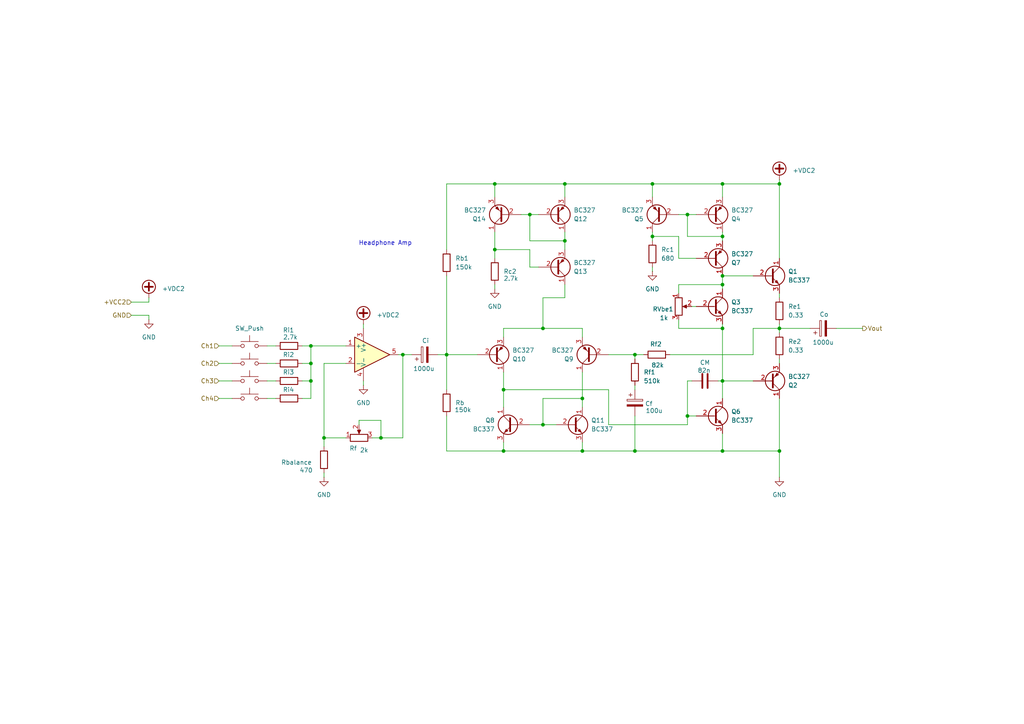
<source format=kicad_sch>
(kicad_sch (version 20231120) (generator "eeschema") (generator_version "8.0")
  (paper "A4")
  (lib_symbols
    (symbol "Device:C" (pin_numbers hide) (pin_names (offset 0.254))
      (property "Reference" "C" (at 0.635 2.54 0))
      (property "Value" "C" (at 0.635 -2.54 0))
      (symbol "C_0_1"
        (polyline (pts (xy -2.032 -0.762) (xy 2.032 -0.762)) (stroke (width 0.508)))
        (polyline (pts (xy -2.032 0.762) (xy 2.032 0.762)) (stroke (width 0.508)))
      )
      (symbol "C_1_1"
        (pin passive line (at 0 3.81 270) (length 2.794) (name "~") (number "1"))
        (pin passive line (at 0 -3.81 90) (length 2.794) (name "~") (number "2"))
      )
    )
    (symbol "Device:C_Polarized" (pin_numbers hide) (pin_names (offset 0.254))
      (property "Reference" "C" (at 0.635 2.54 0))
      (property "Value" "C_Polarized" (at 0.635 -2.54 0))
      (symbol "C_Polarized_0_1"
        (rectangle (start -2.286 0.508) (end 2.286 1.016))
        (polyline (pts (xy -1.778 2.286) (xy -0.762 2.286)))
        (polyline (pts (xy -1.27 2.794) (xy -1.27 1.778)))
        (rectangle (start 2.286 -0.508) (end -2.286 -1.016) (fill (type outline)))
      )
      (symbol "C_Polarized_1_1"
        (pin passive line (at 0 3.81 270) (length 2.794) (name "~") (number "1"))
        (pin passive line (at 0 -3.81 90) (length 2.794) (name "~") (number "2"))
      )
    )
    (symbol "Device:R" (pin_numbers hide) (pin_names (offset 0))
      (property "Reference" "R" (at 2.032 0 90))
      (property "Value" "R" (at 0 0 90))
      (symbol "R_0_1"
        (rectangle (start -1.016 -2.54) (end 1.016 2.54) (stroke (width 0.254)))
      )
      (symbol "R_1_1"
        (pin passive line (at 0 3.81 270) (length 1.27) (name "~") (number "1"))
        (pin passive line (at 0 -3.81 90) (length 1.27) (name "~") (number "2"))
      )
    )
    (symbol "Device:R_Potentiometer" (pin_names (offset 1.016) hide)
      (property "Reference" "RV" (at -4.445 0 90))
      (property "Value" "R_Potentiometer" (at -2.54 0 90))
      (symbol "R_Potentiometer_0_1"
        (polyline (pts (xy 2.54 0) (xy 1.524 0)))
        (polyline (pts (xy 1.143 0) (xy 2.286 0.508) (xy 2.286 -0.508) (xy 1.143 0)) (fill (type outline)))
        (rectangle (start 1.016 2.54) (end -1.016 -2.54) (stroke (width 0.254)))
      )
      (symbol "R_Potentiometer_1_1"
        (pin passive line (at 0 3.81 270) (length 1.27) (name "1") (number "1"))
        (pin passive line (at 3.81 0 180) (length 1.27) (name "2") (number "2"))
        (pin passive line (at 0 -3.81 90) (length 1.27) (name "3") (number "3"))
      )
    )
    (symbol "Simulation_SPICE:OPAMP" (pin_names (offset 0.254))
      (property "Reference" "U" (at 3.81 3.175 0))
      (property "Value" "${SIM.PARAMS}" (at 3.81 -3.175 0))
      (symbol "OPAMP_0_1"
        (polyline (pts (xy 5.08 0) (xy -5.08 5.08) (xy -5.08 -5.08) (xy 5.08 0)) (stroke (width 0.254)) (fill (type background)))
      )
      (symbol "OPAMP_1_1"
        (pin input line (at -7.62 2.54 0) (length 2.54) (name "+") (number "1"))
        (pin input line (at -7.62 -2.54 0) (length 2.54) (name "-") (number "2"))
        (pin power_in line (at -2.54 7.62 270) (length 3.81) (name "V+") (number "3"))
        (pin power_in line (at -2.54 -7.62 90) (length 3.81) (name "V-") (number "4"))
        (pin output line (at 7.62 0 180) (length 2.54) (name "~") (number "5"))
      )
    )
    (symbol "Switch:SW_Push" (pin_numbers hide) (pin_names (offset 1.016) hide)
      (property "Reference" "SW" (at 1.27 2.54 0))
      (property "Value" "SW_Push" (at 0 -1.524 0))
      (symbol "SW_Push_0_1"
        (circle (center -2.032 0) (radius 0.508))
        (polyline (pts (xy 0 1.27) (xy 0 3.048)))
        (polyline (pts (xy 2.54 1.27) (xy -2.54 1.27)))
        (circle (center 2.032 0) (radius 0.508))
        (pin passive line (at -5.08 0 0) (length 2.54) (name "1") (number "1"))
        (pin passive line (at 5.08 0 180) (length 2.54) (name "2") (number "2"))
      )
    )
    (symbol "Transistor_BJT:BC327" (pin_names (offset 0) hide)
      (property "Reference" "Q" (at 5.08 1.905 0))
      (property "Value" "BC327" (at 5.08 0 0))
      (symbol "BC327_0_1"
        (polyline (pts (xy 0.635 0.635) (xy 2.54 2.54)))
        (polyline (pts (xy 0.635 -0.635) (xy 2.54 -2.54) (xy 2.54 -2.54)))
        (polyline (pts (xy 0.635 1.905) (xy 0.635 -1.905) (xy 0.635 -1.905)) (stroke (width 0.508)))
        (polyline (pts (xy 2.286 -1.778) (xy 1.778 -2.286) (xy 1.27 -1.27) (xy 2.286 -1.778) (xy 2.286 -1.778)) (fill (type outline)))
        (circle (center 1.27 0) (radius 2.8194) (stroke (width 0.254)))
      )
      (symbol "BC327_1_1"
        (pin passive line (at 2.54 5.08 270) (length 2.54) (name "C") (number "1"))
        (pin input line (at -5.08 0 0) (length 5.715) (name "B") (number "2"))
        (pin passive line (at 2.54 -5.08 90) (length 2.54) (name "E") (number "3"))
      )
    )
    (symbol "Transistor_BJT:BC337" (pin_names (offset 0) hide)
      (property "Reference" "Q" (at 5.08 1.905 0))
      (property "Value" "BC337" (at 5.08 0 0))
      (symbol "BC337_0_1"
        (polyline (pts (xy 0 0) (xy 0.635 0)))
        (polyline (pts (xy 0.635 0.635) (xy 2.54 2.54)))
        (polyline (pts (xy 0.635 -0.635) (xy 2.54 -2.54) (xy 2.54 -2.54)))
        (polyline (pts (xy 0.635 1.905) (xy 0.635 -1.905) (xy 0.635 -1.905)) (stroke (width 0.508)))
        (polyline (pts (xy 1.27 -1.778) (xy 1.778 -1.27) (xy 2.286 -2.286) (xy 1.27 -1.778) (xy 1.27 -1.778)) (fill (type outline)))
        (circle (center 1.27 0) (radius 2.8194) (stroke (width 0.254)))
      )
      (symbol "BC337_1_1"
        (pin passive line (at 2.54 5.08 270) (length 2.54) (name "C") (number "1"))
        (pin input line (at -5.08 0 0) (length 5.08) (name "B") (number "2"))
        (pin passive line (at 2.54 -5.08 90) (length 2.54) (name "E") (number "3"))
      )
    )
    (symbol "power:+VDC" (power) (pin_numbers hide) (pin_names (offset 0) hide)
      (property "Value" "+VDC" (at 0 6.35 0))
      (symbol "+VDC_0_1"
        (polyline (pts (xy -1.143 3.175) (xy 1.143 3.175)) (stroke (width 0.508)))
        (polyline (pts (xy 0 0) (xy 0 1.27)))
        (polyline (pts (xy 0 2.032) (xy 0 4.318)) (stroke (width 0.508)))
        (circle (center 0 3.175) (radius 1.905) (stroke (width 0.254)))
      )
      (symbol "+VDC_1_1"
        (pin power_in line (at 0 0 90) (length 0) (name "~") (number "1"))
      )
    )
    (symbol "power:GND" (power) (pin_numbers hide) (pin_names (offset 0) hide)
      (property "Value" "GND" (at 0 -3.81 0))
      (symbol "GND_0_1"
        (polyline (pts (xy 0 0) (xy 0 -1.27) (xy 1.27 -1.27) (xy 0 -2.54) (xy -1.27 -1.27) (xy 0 -1.27)))
      )
      (symbol "GND_1_1"
        (pin power_in line (at 0 0 270) (length 0) (name "~") (number "1"))
      )
    )
  )
  (junction (at 226.06 53.34))
  (junction (at 90.17 110.49))
  (junction (at 184.15 130.81))
  (junction (at 163.83 69.85))
  (junction (at 209.55 95.25))
  (junction (at 209.55 68.58))
  (junction (at 209.55 110.49))
  (junction (at 163.83 53.34))
  (junction (at 143.51 72.39))
  (junction (at 157.48 123.19))
  (junction (at 157.48 95.25))
  (junction (at 168.91 130.81))
  (junction (at 90.17 100.33))
  (junction (at 146.05 130.81))
  (junction (at 226.06 130.81))
  (junction (at 209.55 82.55))
  (junction (at 209.55 53.34))
  (junction (at 184.15 102.87))
  (junction (at 209.55 80.01))
  (junction (at 143.51 53.34))
  (junction (at 209.55 130.81))
  (junction (at 168.91 115.57))
  (junction (at 93.98 127))
  (junction (at 189.23 53.34))
  (junction (at 226.06 95.25))
  (junction (at 146.05 113.03))
  (junction (at 199.39 62.23))
  (junction (at 129.54 102.87))
  (junction (at 116.84 102.87))
  (junction (at 189.23 68.58))
  (junction (at 110.49 127))
  (junction (at 90.17 105.41))
  (junction (at 199.39 120.65))
  (junction (at 153.67 62.23))
  (wire (pts (xy 168.91 115.57) (xy 168.91 118.11)))
  (wire (pts (xy 189.23 53.34) (xy 209.55 53.34)))
  (wire (pts (xy 157.48 86.36) (xy 157.48 95.25)))
  (wire (pts (xy 153.67 72.39) (xy 143.51 72.39)))
  (wire (pts (xy 168.91 95.25) (xy 168.91 97.79)))
  (wire (pts (xy 199.39 120.65) (xy 201.93 120.65)))
  (wire (pts (xy 163.83 72.39) (xy 163.83 69.85)))
  (wire (pts (xy 196.85 62.23) (xy 199.39 62.23)))
  (wire (pts (xy 196.85 68.58) (xy 189.23 68.58)))
  (wire (pts (xy 176.53 113.03) (xy 146.05 113.03)))
  (wire (pts (xy 200.66 88.9) (xy 201.93 88.9)))
  (wire (pts (xy 226.06 115.57) (xy 226.06 130.81)))
  (wire (pts (xy 38.1 87.63) (xy 43.18 87.63)))
  (wire (pts (xy 168.91 107.95) (xy 168.91 115.57)))
  (wire (pts (xy 196.85 85.09) (xy 196.85 82.55)))
  (wire (pts (xy 38.1 91.44) (xy 43.18 91.44)))
  (wire (pts (xy 199.39 120.65) (xy 199.39 123.19)))
  (wire (pts (xy 163.83 53.34) (xy 163.83 57.15)))
  (wire (pts (xy 196.85 92.71) (xy 196.85 95.25)))
  (wire (pts (xy 63.5 105.41) (xy 67.31 105.41)))
  (wire (pts (xy 157.48 123.19) (xy 161.29 123.19)))
  (wire (pts (xy 153.67 123.19) (xy 157.48 123.19)))
  (wire (pts (xy 209.55 67.31) (xy 209.55 68.58)))
  (wire (pts (xy 209.55 82.55) (xy 209.55 83.82)))
  (wire (pts (xy 156.21 77.47) (xy 153.67 77.47)))
  (wire (pts (xy 163.83 53.34) (xy 189.23 53.34)))
  (wire (pts (xy 208.28 110.49) (xy 209.55 110.49)))
  (wire (pts (xy 100.33 105.41) (xy 93.98 105.41)))
  (wire (pts (xy 250.19 95.25) (xy 242.57 95.25)))
  (wire (pts (xy 189.23 69.85) (xy 189.23 68.58)))
  (wire (pts (xy 163.83 82.55) (xy 163.83 86.36)))
  (wire (pts (xy 209.55 68.58) (xy 199.39 68.58)))
  (wire (pts (xy 218.44 95.25) (xy 226.06 95.25)))
  (wire (pts (xy 196.85 74.93) (xy 196.85 68.58)))
  (wire (pts (xy 119.38 102.87) (xy 116.84 102.87)))
  (wire (pts (xy 153.67 72.39) (xy 153.67 77.47)))
  (wire (pts (xy 104.14 123.19) (xy 104.14 121.92)))
  (wire (pts (xy 116.84 127) (xy 116.84 102.87)))
  (wire (pts (xy 127 102.87) (xy 129.54 102.87)))
  (wire (pts (xy 209.55 80.01) (xy 209.55 82.55)))
  (wire (pts (xy 189.23 67.31) (xy 189.23 68.58)))
  (wire (pts (xy 93.98 105.41) (xy 93.98 127)))
  (wire (pts (xy 63.5 115.57) (xy 67.31 115.57)))
  (wire (pts (xy 157.48 115.57) (xy 168.91 115.57)))
  (wire (pts (xy 176.53 123.19) (xy 176.53 113.03)))
  (wire (pts (xy 93.98 127) (xy 93.98 129.54)))
  (wire (pts (xy 129.54 72.39) (xy 129.54 53.34)))
  (wire (pts (xy 105.41 110.49) (xy 105.41 111.76)))
  (wire (pts (xy 129.54 120.65) (xy 129.54 130.81)))
  (wire (pts (xy 196.85 82.55) (xy 209.55 82.55)))
  (wire (pts (xy 163.83 86.36) (xy 157.48 86.36)))
  (wire (pts (xy 90.17 105.41) (xy 90.17 100.33)))
  (wire (pts (xy 146.05 97.79) (xy 146.05 95.25)))
  (wire (pts (xy 200.66 110.49) (xy 199.39 110.49)))
  (wire (pts (xy 184.15 104.14) (xy 184.15 102.87)))
  (wire (pts (xy 226.06 95.25) (xy 226.06 96.52)))
  (wire (pts (xy 196.85 95.25) (xy 209.55 95.25)))
  (wire (pts (xy 199.39 68.58) (xy 199.39 62.23)))
  (wire (pts (xy 184.15 130.81) (xy 168.91 130.81)))
  (wire (pts (xy 77.47 100.33) (xy 80.01 100.33)))
  (wire (pts (xy 143.51 72.39) (xy 143.51 74.93)))
  (wire (pts (xy 63.5 110.49) (xy 67.31 110.49)))
  (wire (pts (xy 153.67 62.23) (xy 156.21 62.23)))
  (wire (pts (xy 226.06 93.98) (xy 226.06 95.25)))
  (wire (pts (xy 151.13 62.23) (xy 153.67 62.23)))
  (wire (pts (xy 129.54 53.34) (xy 143.51 53.34)))
  (wire (pts (xy 209.55 68.58) (xy 209.55 69.85)))
  (wire (pts (xy 77.47 115.57) (xy 80.01 115.57)))
  (wire (pts (xy 209.55 53.34) (xy 226.06 53.34)))
  (wire (pts (xy 77.47 105.41) (xy 80.01 105.41)))
  (wire (pts (xy 226.06 85.09) (xy 226.06 86.36)))
  (wire (pts (xy 104.14 121.92) (xy 110.49 121.92)))
  (wire (pts (xy 146.05 107.95) (xy 146.05 113.03)))
  (wire (pts (xy 157.48 123.19) (xy 157.48 115.57)))
  (wire (pts (xy 226.06 130.81) (xy 226.06 138.43)))
  (wire (pts (xy 146.05 128.27) (xy 146.05 130.81)))
  (wire (pts (xy 129.54 102.87) (xy 138.43 102.87)))
  (wire (pts (xy 93.98 127) (xy 100.33 127)))
  (wire (pts (xy 199.39 62.23) (xy 201.93 62.23)))
  (wire (pts (xy 43.18 91.44) (xy 43.18 92.71)))
  (wire (pts (xy 209.55 125.73) (xy 209.55 130.81)))
  (wire (pts (xy 110.49 127) (xy 116.84 127)))
  (wire (pts (xy 184.15 111.76) (xy 184.15 113.03)))
  (wire (pts (xy 209.55 130.81) (xy 184.15 130.81)))
  (wire (pts (xy 226.06 52.07) (xy 226.06 53.34)))
  (wire (pts (xy 163.83 69.85) (xy 163.83 67.31)))
  (wire (pts (xy 129.54 80.01) (xy 129.54 102.87)))
  (wire (pts (xy 87.63 105.41) (xy 90.17 105.41)))
  (wire (pts (xy 90.17 115.57) (xy 90.17 110.49)))
  (wire (pts (xy 194.31 102.87) (xy 218.44 102.87)))
  (wire (pts (xy 209.55 130.81) (xy 226.06 130.81)))
  (wire (pts (xy 63.5 100.33) (xy 67.31 100.33)))
  (wire (pts (xy 157.48 95.25) (xy 168.91 95.25)))
  (wire (pts (xy 143.51 82.55) (xy 143.51 83.82)))
  (wire (pts (xy 189.23 53.34) (xy 189.23 57.15)))
  (wire (pts (xy 110.49 121.92) (xy 110.49 127)))
  (wire (pts (xy 218.44 110.49) (xy 209.55 110.49)))
  (wire (pts (xy 87.63 115.57) (xy 90.17 115.57)))
  (wire (pts (xy 218.44 102.87) (xy 218.44 95.25)))
  (wire (pts (xy 226.06 105.41) (xy 226.06 104.14)))
  (wire (pts (xy 226.06 53.34) (xy 226.06 74.93)))
  (wire (pts (xy 209.55 110.49) (xy 209.55 95.25)))
  (wire (pts (xy 146.05 95.25) (xy 157.48 95.25)))
  (wire (pts (xy 199.39 110.49) (xy 199.39 120.65)))
  (wire (pts (xy 184.15 120.65) (xy 184.15 130.81)))
  (wire (pts (xy 176.53 102.87) (xy 184.15 102.87)))
  (wire (pts (xy 163.83 69.85) (xy 153.67 69.85)))
  (wire (pts (xy 115.57 102.87) (xy 116.84 102.87)))
  (wire (pts (xy 107.95 127) (xy 110.49 127)))
  (wire (pts (xy 87.63 100.33) (xy 90.17 100.33)))
  (wire (pts (xy 209.55 80.01) (xy 218.44 80.01)))
  (wire (pts (xy 209.55 95.25) (xy 209.55 93.98)))
  (wire (pts (xy 43.18 87.63) (xy 43.18 86.36)))
  (wire (pts (xy 153.67 69.85) (xy 153.67 62.23)))
  (wire (pts (xy 129.54 130.81) (xy 146.05 130.81)))
  (wire (pts (xy 146.05 130.81) (xy 168.91 130.81)))
  (wire (pts (xy 189.23 78.74) (xy 189.23 77.47)))
  (wire (pts (xy 87.63 110.49) (xy 90.17 110.49)))
  (wire (pts (xy 209.55 115.57) (xy 209.55 110.49)))
  (wire (pts (xy 143.51 67.31) (xy 143.51 72.39)))
  (wire (pts (xy 209.55 53.34) (xy 209.55 57.15)))
  (wire (pts (xy 143.51 53.34) (xy 143.51 57.15)))
  (wire (pts (xy 90.17 100.33) (xy 100.33 100.33)))
  (wire (pts (xy 93.98 138.43) (xy 93.98 137.16)))
  (wire (pts (xy 129.54 113.03) (xy 129.54 102.87)))
  (wire (pts (xy 168.91 130.81) (xy 168.91 128.27)))
  (wire (pts (xy 90.17 110.49) (xy 90.17 105.41)))
  (wire (pts (xy 234.95 95.25) (xy 226.06 95.25)))
  (wire (pts (xy 199.39 123.19) (xy 176.53 123.19)))
  (wire (pts (xy 105.41 93.98) (xy 105.41 95.25)))
  (wire (pts (xy 201.93 74.93) (xy 196.85 74.93)))
  (wire (pts (xy 143.51 53.34) (xy 163.83 53.34)))
  (wire (pts (xy 146.05 113.03) (xy 146.05 118.11)))
  (wire (pts (xy 77.47 110.49) (xy 80.01 110.49)))
  (wire (pts (xy 184.15 102.87) (xy 186.69 102.87)))
  (text "Headphone Amp" (at 111.76 70.612 0) (effects (font (size 1.27 1.27))))
  (hierarchical_label "Ch2" (shape input) (at 63.5 105.41 180))
  (hierarchical_label "Ch1" (shape input) (at 63.5 100.33 180))
  (hierarchical_label "+VCC2" (shape input) (at 38.1 87.63 180))
  (hierarchical_label "GND" (shape input) (at 38.1 91.44 180))
  (hierarchical_label "Vout" (shape output) (at 250.19 95.25 0))
  (hierarchical_label "Ch3" (shape input) (at 63.5 110.49 180))
  (hierarchical_label "Ch4" (shape input) (at 63.5 115.57 180))
  (symbol (lib_id "power:+VDC") (at 105.41 93.98 0) (unit 1)
    (property "Reference" "#PWR064" (effects (hide yes)))
    (property "Value" "+VDC2" (at 109.22 91.3764 0) (effects (justify left)))
    (property "Description" "Power symbol creates a global label with name \"+VDC\"" (effects (hide yes)))
  )
  (symbol (lib_id "Transistor_BJT:BC337") (at 166.37 123.19 0) (unit 1)
    (property "Reference" "Q11" (at 171.45 121.9199 0) (effects (justify left)))
    (property "Value" "BC337" (at 171.45 124.4599 0) (effects (justify left)))
    (property "Footprint" "Package_TO_SOT_THT:TO-92_Inline" (effects (hide yes)))
    (property "Datasheet" "https://diotec.com/tl_files/diotec/files/pdf/datasheets/bc337.pdf" (effects (hide yes)))
    (property "Description" "0.8A Ic, 45V Vce, NPN Transistor, TO-92" (effects (hide yes)))
  )
  (symbol (lib_id "power:+VDC") (at 226.06 52.07 0) (unit 1)
    (property "Reference" "#PWR0113" (effects (hide yes)))
    (property "Value" "+VDC2" (at 229.87 49.4664 0) (effects (justify left)))
    (property "Description" "Power symbol creates a global label with name \"+VDC\"" (effects (hide yes)))
  )
  (symbol (lib_id "Device:C") (at 204.47 110.49 90) (unit 1)
    (property "Reference" "CM" (at 204.47 105.156 90))
    (property "Value" "82n" (at 204.216 107.442 90))
    (property "Description" "Unpolarized capacitor" (effects (hide yes)))
  )
  (symbol (lib_id "Device:R") (at 189.23 73.66 0) (unit 1)
    (property "Reference" "Rc1" (at 191.77 72.3899 0) (effects (justify left)))
    (property "Value" "680" (at 191.77 74.9299 0) (effects (justify left)))
    (property "Description" "Resistor" (effects (hide yes)))
  )
  (symbol (lib_id "Device:R_Potentiometer") (at 104.14 127 90) (unit 1)
    (property "Reference" "Rf" (at 101.346 130.048 90) (effects (justify right)))
    (property "Value" "2k" (at 104.394 130.556 90) (effects (justify right)))
    (property "Description" "Potentiometer" (effects (hide yes)))
  )
  (symbol (lib_id "Device:R") (at 83.82 115.57 90) (unit 1)
    (property "Reference" "Ri4" (at 85.344 113.03 90) (effects (justify left)))
    (property "Value" "2.7k" (effects (hide yes)))
    (property "Description" "Resistor" (effects (hide yes)))
  )
  (symbol (lib_id "Transistor_BJT:BC327") (at 223.52 110.49 0) (mirror x) (unit 1)
    (property "Reference" "Q2" (at 228.6 111.7601 0) (effects (justify left)))
    (property "Value" "BC327" (at 228.6 109.2201 0) (effects (justify left)))
    (property "Footprint" "Package_TO_SOT_THT:TO-92_Inline" (effects (hide yes)))
    (property "Datasheet" "http://www.onsemi.com/pub_link/Collateral/BC327-D.PDF" (effects (hide yes)))
    (property "Description" "0.8A Ic, 45V Vce, PNP Transistor, TO-92" (effects (hide yes)))
  )
  (symbol (lib_id "Switch:SW_Push") (at 72.39 115.57 0) (unit 1)
    (property "Reference" "SW7" (effects (hide yes)))
    (property "Value" "SW_Push" (effects (hide yes)))
    (property "Description" "Push button switch, generic, two pins" (effects (hide yes)))
  )
  (symbol (lib_id "Simulation_SPICE:OPAMP") (at 107.95 102.87 0) (unit 1)
    (property "Reference" "U6" (effects (hide yes)))
    (property "Value" "${SIM.PARAMS}" (effects (hide yes)))
    (property "Datasheet" "https://ngspice.sourceforge.io/docs/ngspice-html-manual/manual.xhtml#sec__SUBCKT_Subcircuits" (effects (hide yes)))
    (property "Description" "Operational amplifier, single, node sequence=1:+ 2:- 3:OUT 4:V+ 5:V-" (effects (hide yes)))
    (property "Sim.Pins" "1=in+ 2=in- 3=vcc 4=vee 5=out" (effects (hide yes)))
    (property "Sim.Device" "SUBCKT" (effects (hide yes)))
    (property "Sim.Library" "${KICAD8_SYMBOL_DIR}/Simulation_SPICE.sp" (effects (hide yes)))
    (property "Sim.Name" "kicad_builtin_opamp" (effects (hide yes)))
  )
  (symbol (lib_id "Device:C_Polarized") (at 238.76 95.25 90) (unit 1)
    (property "Reference" "Co" (at 239.014 91.186 90))
    (property "Value" "1000u" (at 238.76 99.314 90))
    (property "Description" "Polarized capacitor" (effects (hide yes)))
  )
  (symbol (lib_id "Switch:SW_Push") (at 72.39 105.41 0) (unit 1)
    (property "Reference" "SW5" (effects (hide yes)))
    (property "Value" "SW_Push" (effects (hide yes)))
    (property "Description" "Push button switch, generic, two pins" (effects (hide yes)))
  )
  (symbol (lib_id "Device:R") (at 129.54 116.84 0) (unit 1)
    (property "Reference" "Rb" (at 132.08 116.8399 0) (effects (justify left)))
    (property "Value" "150k" (at 131.826 118.872 0) (effects (justify left)))
    (property "Description" "Resistor" (effects (hide yes)))
  )
  (symbol (lib_id "power:+VDC") (at 43.18 86.36 0) (unit 1)
    (property "Reference" "#PWR042" (effects (hide yes)))
    (property "Value" "+VDC2" (at 46.99 83.7564 0) (effects (justify left)))
    (property "Description" "Power symbol creates a global label with name \"+VDC\"" (effects (hide yes)))
  )
  (symbol (lib_id "power:GND") (at 93.98 138.43 0) (unit 1)
    (property "Reference" "#PWR04" (effects (hide yes)))
    (property "Value" "GND" (at 93.98 143.51 0))
    (property "Description" "Power symbol creates a global label with name \"GND\" , ground" (effects (hide yes)))
  )
  (symbol (lib_id "Transistor_BJT:BC337") (at 207.01 120.65 0) (unit 1)
    (property "Reference" "Q6" (at 212.09 119.3799 0) (effects (justify left)))
    (property "Value" "BC337" (at 212.09 121.9199 0) (effects (justify left)))
    (property "Footprint" "Package_TO_SOT_THT:TO-92_Inline" (effects (hide yes)))
    (property "Datasheet" "https://diotec.com/tl_files/diotec/files/pdf/datasheets/bc337.pdf" (effects (hide yes)))
    (property "Description" "0.8A Ic, 45V Vce, NPN Transistor, TO-92" (effects (hide yes)))
  )
  (symbol (lib_id "power:GND") (at 189.23 78.74 0) (unit 1)
    (property "Reference" "#PWR0114" (effects (hide yes)))
    (property "Value" "GND" (at 189.23 83.82 0))
    (property "Description" "Power symbol creates a global label with name \"GND\" , ground" (effects (hide yes)))
  )
  (symbol (lib_id "power:GND") (at 43.18 92.71 0) (mirror y) (unit 1)
    (property "Reference" "#PWR043" (effects (hide yes)))
    (property "Value" "GND" (at 43.18 97.79 0))
    (property "Description" "Power symbol creates a global label with name \"GND\" , ground" (effects (hide yes)))
  )
  (symbol (lib_id "Device:R") (at 143.51 78.74 0) (unit 1)
    (property "Reference" "Rc2" (at 146.05 78.7399 0) (effects (justify left)))
    (property "Value" "2.7k" (at 146.05 80.772 0) (effects (justify left)))
    (property "Description" "Resistor" (effects (hide yes)))
  )
  (symbol (lib_id "Device:R") (at 184.15 107.95 0) (unit 1)
    (property "Reference" "Rf1" (at 186.69 107.9499 0) (effects (justify left)))
    (property "Value" "510k" (at 186.69 110.49 0) (effects (justify left)))
    (property "Description" "Resistor" (effects (hide yes)))
  )
  (symbol (lib_id "Switch:SW_Push") (at 72.39 110.49 0) (unit 1)
    (property "Reference" "SW6" (effects (hide yes)))
    (property "Value" "SW_Push" (effects (hide yes)))
    (property "Description" "Push button switch, generic, two pins" (effects (hide yes)))
  )
  (symbol (lib_id "Device:R") (at 83.82 110.49 90) (unit 1)
    (property "Reference" "Ri3" (at 85.344 107.95 90) (effects (justify left)))
    (property "Value" "2.7k" (effects (hide yes)))
    (property "Description" "Resistor" (effects (hide yes)))
  )
  (symbol (lib_id "Device:R") (at 83.82 105.41 90) (unit 1)
    (property "Reference" "Ri2" (at 85.344 102.87 90) (effects (justify left)))
    (property "Value" "2.7k" (effects (hide yes)))
    (property "Description" "Resistor" (effects (hide yes)))
  )
  (symbol (lib_id "Device:R") (at 129.54 76.2 0) (unit 1)
    (property "Reference" "Rb1" (at 132.08 74.9299 0) (effects (justify left)))
    (property "Value" "150k" (at 132.08 77.4699 0) (effects (justify left)))
    (property "Description" "Resistor" (effects (hide yes)))
  )
  (symbol (lib_id "Transistor_BJT:BC337") (at 223.52 80.01 0) (unit 1)
    (property "Reference" "Q1" (at 228.6 78.7399 0) (effects (justify left)))
    (property "Value" "BC337" (at 228.6 81.2799 0) (effects (justify left)))
    (property "Footprint" "Package_TO_SOT_THT:TO-92_Inline" (effects (hide yes)))
    (property "Datasheet" "https://diotec.com/tl_files/diotec/files/pdf/datasheets/bc337.pdf" (effects (hide yes)))
    (property "Description" "0.8A Ic, 45V Vce, NPN Transistor, TO-92" (effects (hide yes)))
  )
  (symbol (lib_id "power:GND") (at 105.41 111.76 0) (unit 1)
    (property "Reference" "#PWR063" (effects (hide yes)))
    (property "Value" "GND" (at 105.41 116.84 0))
    (property "Description" "Power symbol creates a global label with name \"GND\" , ground" (effects (hide yes)))
  )
  (symbol (lib_id "Transistor_BJT:BC327") (at 161.29 62.23 0) (mirror x) (unit 1)
    (property "Reference" "Q12" (at 166.37 63.5001 0) (effects (justify left)))
    (property "Value" "BC327" (at 166.37 60.9601 0) (effects (justify left)))
    (property "Footprint" "Package_TO_SOT_THT:TO-92_Inline" (effects (hide yes)))
    (property "Datasheet" "http://www.onsemi.com/pub_link/Collateral/BC327-D.PDF" (effects (hide yes)))
    (property "Description" "0.8A Ic, 45V Vce, PNP Transistor, TO-92" (effects (hide yes)))
  )
  (symbol (lib_id "power:GND") (at 143.51 83.82 0) (unit 1)
    (property "Reference" "#PWR065" (effects (hide yes)))
    (property "Value" "GND" (at 143.51 88.9 0))
    (property "Description" "Power symbol creates a global label with name \"GND\" , ground" (effects (hide yes)))
  )
  (symbol (lib_id "Transistor_BJT:BC327") (at 146.05 62.23 180) (unit 1)
    (property "Reference" "Q14" (at 140.97 63.5001 0) (effects (justify left)))
    (property "Value" "BC327" (at 140.97 60.9601 0) (effects (justify left)))
    (property "Footprint" "Package_TO_SOT_THT:TO-92_Inline" (effects (hide yes)))
    (property "Datasheet" "http://www.onsemi.com/pub_link/Collateral/BC327-D.PDF" (effects (hide yes)))
    (property "Description" "0.8A Ic, 45V Vce, PNP Transistor, TO-92" (effects (hide yes)))
  )
  (symbol (lib_id "Transistor_BJT:BC337") (at 148.59 123.19 0) (mirror y) (unit 1)
    (property "Reference" "Q8" (at 143.51 121.9199 0) (effects (justify left)))
    (property "Value" "BC337" (at 143.51 124.4599 0) (effects (justify left)))
    (property "Footprint" "Package_TO_SOT_THT:TO-92_Inline" (effects (hide yes)))
    (property "Datasheet" "https://diotec.com/tl_files/diotec/files/pdf/datasheets/bc337.pdf" (effects (hide yes)))
    (property "Description" "0.8A Ic, 45V Vce, NPN Transistor, TO-92" (effects (hide yes)))
  )
  (symbol (lib_id "Transistor_BJT:BC327") (at 207.01 74.93 0) (mirror x) (unit 1)
    (property "Reference" "Q7" (at 212.09 76.2001 0) (effects (justify left)))
    (property "Value" "BC327" (at 212.09 73.6601 0) (effects (justify left)))
    (property "Footprint" "Package_TO_SOT_THT:TO-92_Inline" (effects (hide yes)))
    (property "Datasheet" "http://www.onsemi.com/pub_link/Collateral/BC327-D.PDF" (effects (hide yes)))
    (property "Description" "0.8A Ic, 45V Vce, PNP Transistor, TO-92" (effects (hide yes)))
  )
  (symbol (lib_id "Device:R") (at 83.82 100.33 90) (unit 1)
    (property "Reference" "Ri1" (at 85.344 95.758 90) (effects (justify left)))
    (property "Value" "2.7k" (at 86.36 97.79 90) (effects (justify left)))
    (property "Description" "Resistor" (effects (hide yes)))
  )
  (symbol (lib_id "Device:R") (at 226.06 90.17 0) (unit 1)
    (property "Reference" "Re1" (at 228.6 88.8999 0) (effects (justify left)))
    (property "Value" "0.33" (at 228.6 91.4399 0) (effects (justify left)))
    (property "Description" "Resistor" (effects (hide yes)))
  )
  (symbol (lib_id "Transistor_BJT:BC327") (at 171.45 102.87 180) (unit 1)
    (property "Reference" "Q9" (at 166.37 104.1401 0) (effects (justify left)))
    (property "Value" "BC327" (at 166.37 101.6001 0) (effects (justify left)))
    (property "Footprint" "Package_TO_SOT_THT:TO-92_Inline" (effects (hide yes)))
    (property "Datasheet" "http://www.onsemi.com/pub_link/Collateral/BC327-D.PDF" (effects (hide yes)))
    (property "Description" "0.8A Ic, 45V Vce, PNP Transistor, TO-92" (effects (hide yes)))
  )
  (symbol (lib_id "Device:R") (at 226.06 100.33 0) (unit 1)
    (property "Reference" "Re2" (at 228.6 99.0599 0) (effects (justify left)))
    (property "Value" "0.33" (at 228.6 101.5999 0) (effects (justify left)))
    (property "Description" "Resistor" (effects (hide yes)))
  )
  (symbol (lib_id "Device:C_Polarized") (at 184.15 116.84 0) (unit 1)
    (property "Reference" "Cf" (at 188.214 117.094 0))
    (property "Value" "100u" (at 189.738 119.126 0))
    (property "Description" "Polarized capacitor" (effects (hide yes)))
  )
  (symbol (lib_id "Switch:SW_Push") (at 72.39 100.33 0) (unit 1)
    (property "Reference" "SW4" (effects (hide yes)))
    (property "Value" "SW_Push" (at 72.39 95.25 0))
    (property "Description" "Push button switch, generic, two pins" (effects (hide yes)))
  )
  (symbol (lib_id "Device:R") (at 93.98 133.35 0) (mirror x) (unit 1)
    (property "Reference" "Rbalance" (at 81.534 134.112 0) (effects (justify left)))
    (property "Value" "470" (at 86.868 136.398 0) (effects (justify left)))
    (property "Description" "Resistor" (effects (hide yes)))
  )
  (symbol (lib_id "Device:R_Potentiometer") (at 196.85 88.9 0) (unit 1)
    (property "Reference" "RVbe1" (at 195.326 89.662 0) (effects (justify right)))
    (property "Value" "1k" (at 193.802 92.202 0) (effects (justify right)))
    (property "Description" "Potentiometer" (effects (hide yes)))
  )
  (symbol (lib_id "power:GND") (at 226.06 138.43 0) (unit 1)
    (property "Reference" "#PWR026" (effects (hide yes)))
    (property "Value" "GND" (at 226.06 143.51 0))
    (property "Description" "Power symbol creates a global label with name \"GND\" , ground" (effects (hide yes)))
  )
  (symbol (lib_id "Transistor_BJT:BC327") (at 207.01 62.23 0) (mirror x) (unit 1)
    (property "Reference" "Q4" (at 212.09 63.5001 0) (effects (justify left)))
    (property "Value" "BC327" (at 212.09 60.9601 0) (effects (justify left)))
    (property "Footprint" "Package_TO_SOT_THT:TO-92_Inline" (effects (hide yes)))
    (property "Datasheet" "http://www.onsemi.com/pub_link/Collateral/BC327-D.PDF" (effects (hide yes)))
    (property "Description" "0.8A Ic, 45V Vce, PNP Transistor, TO-92" (effects (hide yes)))
  )
  (symbol (lib_id "Transistor_BJT:BC327") (at 143.51 102.87 0) (mirror x) (unit 1)
    (property "Reference" "Q10" (at 148.59 104.1401 0) (effects (justify left)))
    (property "Value" "BC327" (at 148.59 101.6001 0) (effects (justify left)))
    (property "Footprint" "Package_TO_SOT_THT:TO-92_Inline" (effects (hide yes)))
    (property "Datasheet" "http://www.onsemi.com/pub_link/Collateral/BC327-D.PDF" (effects (hide yes)))
    (property "Description" "0.8A Ic, 45V Vce, PNP Transistor, TO-92" (effects (hide yes)))
  )
  (symbol (lib_id "Device:C_Polarized") (at 123.19 102.87 90) (unit 1)
    (property "Reference" "Ci" (at 123.444 98.806 90))
    (property "Value" "1000u" (at 122.936 106.934 90))
    (property "Description" "Polarized capacitor" (effects (hide yes)))
  )
  (symbol (lib_id "Transistor_BJT:BC327") (at 191.77 62.23 180) (unit 1)
    (property "Reference" "Q5" (at 186.69 63.5001 0) (effects (justify left)))
    (property "Value" "BC327" (at 186.69 60.9601 0) (effects (justify left)))
    (property "Footprint" "Package_TO_SOT_THT:TO-92_Inline" (effects (hide yes)))
    (property "Datasheet" "http://www.onsemi.com/pub_link/Collateral/BC327-D.PDF" (effects (hide yes)))
    (property "Description" "0.8A Ic, 45V Vce, PNP Transistor, TO-92" (effects (hide yes)))
  )
  (symbol (lib_id "Transistor_BJT:BC337") (at 207.01 88.9 0) (unit 1)
    (property "Reference" "Q3" (at 212.09 87.6299 0) (effects (justify left)))
    (property "Value" "BC337" (at 212.09 90.1699 0) (effects (justify left)))
    (property "Footprint" "Package_TO_SOT_THT:TO-92_Inline" (effects (hide yes)))
    (property "Datasheet" "https://diotec.com/tl_files/diotec/files/pdf/datasheets/bc337.pdf" (effects (hide yes)))
    (property "Description" "0.8A Ic, 45V Vce, NPN Transistor, TO-92" (effects (hide yes)))
  )
  (symbol (lib_id "Transistor_BJT:BC327") (at 161.29 77.47 0) (mirror x) (unit 1)
    (property "Reference" "Q13" (at 166.37 78.7401 0) (effects (justify left)))
    (property "Value" "BC327" (at 166.37 76.2001 0) (effects (justify left)))
    (property "Footprint" "Package_TO_SOT_THT:TO-92_Inline" (effects (hide yes)))
    (property "Datasheet" "http://www.onsemi.com/pub_link/Collateral/BC327-D.PDF" (effects (hide yes)))
    (property "Description" "0.8A Ic, 45V Vce, PNP Transistor, TO-92" (effects (hide yes)))
  )
  (symbol (lib_id "Device:R") (at 190.5 102.87 90) (unit 1)
    (property "Reference" "Rf2" (at 190.246 99.822 90))
    (property "Value" "82k" (at 190.754 105.918 90))
    (property "Description" "Resistor" (effects (hide yes)))
  )
)
</source>
